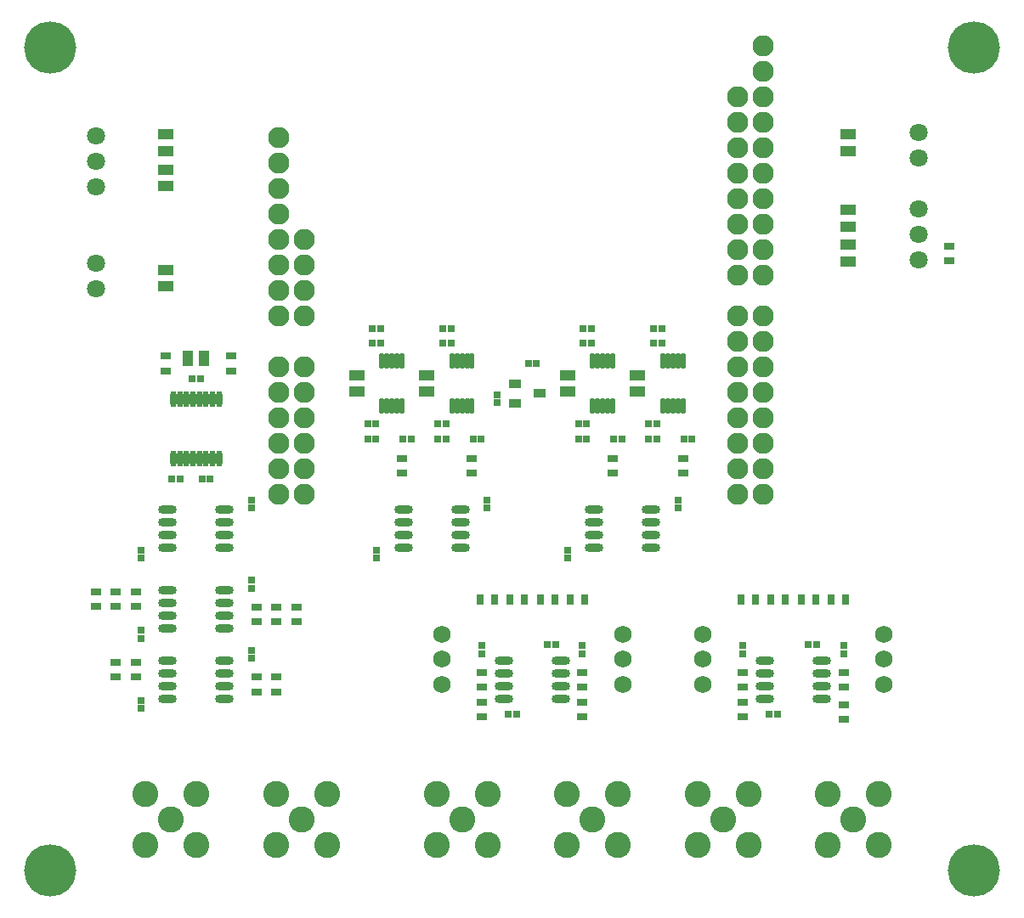
<source format=gts>
G04*
G04 #@! TF.GenerationSoftware,Altium Limited,Altium Designer,19.1.5 (86)*
G04*
G04 Layer_Color=8388736*
%FSLAX25Y25*%
%MOIN*%
G70*
G01*
G75*
%ADD15O,0.07296X0.03359*%
%ADD16R,0.03950X0.02572*%
%ADD17R,0.02847X0.02847*%
%ADD18R,0.02847X0.02847*%
%ADD19R,0.04737X0.03359*%
%ADD20R,0.05918X0.03950*%
%ADD21R,0.02572X0.03950*%
%ADD22O,0.02572X0.06312*%
%ADD23O,0.01981X0.06312*%
%ADD24R,0.03950X0.05918*%
%ADD25C,0.06800*%
%ADD26C,0.10249*%
%ADD27C,0.07099*%
%ADD28C,0.08300*%
%ADD29C,0.20485*%
D15*
X229035Y157106D02*
D03*
Y152106D02*
D03*
Y147106D02*
D03*
Y142106D02*
D03*
X251279Y157106D02*
D03*
Y152106D02*
D03*
Y147106D02*
D03*
Y142106D02*
D03*
X154232Y157106D02*
D03*
Y152106D02*
D03*
Y147106D02*
D03*
Y142106D02*
D03*
X176476Y157106D02*
D03*
Y152106D02*
D03*
Y147106D02*
D03*
Y142106D02*
D03*
X193602Y98051D02*
D03*
Y93051D02*
D03*
Y88051D02*
D03*
Y83051D02*
D03*
X215846Y98051D02*
D03*
Y93051D02*
D03*
Y88051D02*
D03*
Y83051D02*
D03*
X295965Y98051D02*
D03*
Y93051D02*
D03*
Y88051D02*
D03*
Y83051D02*
D03*
X318209Y98051D02*
D03*
Y93051D02*
D03*
Y88051D02*
D03*
Y83051D02*
D03*
X61713Y157106D02*
D03*
Y152106D02*
D03*
Y147106D02*
D03*
Y142106D02*
D03*
X83957Y157106D02*
D03*
Y152106D02*
D03*
Y147106D02*
D03*
Y142106D02*
D03*
X61713Y125610D02*
D03*
Y120610D02*
D03*
Y115610D02*
D03*
Y110610D02*
D03*
X83957Y125610D02*
D03*
Y120610D02*
D03*
Y115610D02*
D03*
Y110610D02*
D03*
X61713Y98051D02*
D03*
Y93051D02*
D03*
Y88051D02*
D03*
Y83051D02*
D03*
X83957Y98051D02*
D03*
Y93051D02*
D03*
Y88051D02*
D03*
Y83051D02*
D03*
D16*
X368110Y260728D02*
D03*
Y255020D02*
D03*
X326772Y75000D02*
D03*
Y80709D02*
D03*
Y93405D02*
D03*
Y87697D02*
D03*
X287402Y75886D02*
D03*
Y81595D02*
D03*
X224410Y93405D02*
D03*
Y87697D02*
D03*
X224410Y75886D02*
D03*
Y81595D02*
D03*
X185039Y93405D02*
D03*
Y87697D02*
D03*
Y75886D02*
D03*
Y81595D02*
D03*
X236221Y177165D02*
D03*
Y171457D02*
D03*
X263780Y177165D02*
D03*
Y171457D02*
D03*
X181102Y177165D02*
D03*
Y171457D02*
D03*
X153543Y177165D02*
D03*
Y171457D02*
D03*
X287402Y93405D02*
D03*
Y87697D02*
D03*
X61024Y211713D02*
D03*
Y217421D02*
D03*
X86614Y211713D02*
D03*
Y217421D02*
D03*
X96457Y118996D02*
D03*
Y113287D02*
D03*
X104331Y118996D02*
D03*
Y113287D02*
D03*
X112205Y113287D02*
D03*
Y118996D02*
D03*
X49213Y124902D02*
D03*
Y119193D02*
D03*
X41339Y124902D02*
D03*
Y119193D02*
D03*
X33465D02*
D03*
Y124902D02*
D03*
X49213Y97342D02*
D03*
Y91634D02*
D03*
X41339D02*
D03*
Y97342D02*
D03*
X96457Y91437D02*
D03*
Y85728D02*
D03*
X104331D02*
D03*
Y91437D02*
D03*
D17*
X250354Y185039D02*
D03*
X253583D02*
D03*
X250354Y190945D02*
D03*
X253583D02*
D03*
X312992Y104331D02*
D03*
X316220D02*
D03*
X210630D02*
D03*
X213858D02*
D03*
X300827Y76772D02*
D03*
X297598D02*
D03*
X198465D02*
D03*
X195236D02*
D03*
X236575Y185039D02*
D03*
X239803D02*
D03*
X264134D02*
D03*
X267362D02*
D03*
X222795Y185039D02*
D03*
X226024D02*
D03*
X222795Y190945D02*
D03*
X226024D02*
D03*
X181457Y185039D02*
D03*
X184685D02*
D03*
X167677Y185039D02*
D03*
X170905D02*
D03*
X167677Y190945D02*
D03*
X170905D02*
D03*
X153898Y185039D02*
D03*
X157126D02*
D03*
X140118Y185039D02*
D03*
X143347D02*
D03*
X140118Y190945D02*
D03*
X143347D02*
D03*
X74449Y208661D02*
D03*
X71220D02*
D03*
X63346Y169291D02*
D03*
X66575D02*
D03*
X78386D02*
D03*
X75157D02*
D03*
X252323Y228346D02*
D03*
X255551D02*
D03*
X252323Y222441D02*
D03*
X255551D02*
D03*
X224764Y228346D02*
D03*
X227992D02*
D03*
X224764Y222441D02*
D03*
X227992D02*
D03*
X142087D02*
D03*
X145315D02*
D03*
X169646Y228346D02*
D03*
X172874D02*
D03*
X169646Y222441D02*
D03*
X172874D02*
D03*
X142087Y228346D02*
D03*
X145315D02*
D03*
X203110Y214567D02*
D03*
X206339D02*
D03*
D18*
X261811Y161063D02*
D03*
Y157835D02*
D03*
X326772Y103976D02*
D03*
Y100748D02*
D03*
X287402Y103976D02*
D03*
Y100748D02*
D03*
X224410Y103976D02*
D03*
Y100748D02*
D03*
X185039Y103976D02*
D03*
Y100748D02*
D03*
X218504Y138150D02*
D03*
Y141378D02*
D03*
X143701Y138150D02*
D03*
Y141378D02*
D03*
X187008Y161063D02*
D03*
Y157835D02*
D03*
X190945Y202402D02*
D03*
Y199173D02*
D03*
X51181Y138150D02*
D03*
Y141378D02*
D03*
X94488Y161063D02*
D03*
Y157835D02*
D03*
Y129567D02*
D03*
Y126339D02*
D03*
X51181Y106653D02*
D03*
Y109882D02*
D03*
Y79094D02*
D03*
Y82323D02*
D03*
X94488Y102008D02*
D03*
Y98779D02*
D03*
D19*
X207480Y202756D02*
D03*
X198031Y199016D02*
D03*
Y206496D02*
D03*
D20*
X246063Y203445D02*
D03*
Y209941D02*
D03*
X218504Y203445D02*
D03*
Y209941D02*
D03*
X163386Y203445D02*
D03*
Y209941D02*
D03*
X135827Y203445D02*
D03*
Y209941D02*
D03*
X328740Y261122D02*
D03*
Y254626D02*
D03*
X328740Y268406D02*
D03*
Y274902D02*
D03*
X328740Y297933D02*
D03*
Y304429D02*
D03*
X61024Y244783D02*
D03*
Y251279D02*
D03*
Y284154D02*
D03*
Y290650D02*
D03*
X61024Y304429D02*
D03*
Y297933D02*
D03*
D21*
X304035Y122047D02*
D03*
X298327D02*
D03*
X321949D02*
D03*
X327658D02*
D03*
X292224D02*
D03*
X286516D02*
D03*
X201673D02*
D03*
X195965D02*
D03*
X189862D02*
D03*
X184153D02*
D03*
X207776D02*
D03*
X213484D02*
D03*
X219587D02*
D03*
X225295D02*
D03*
X310138D02*
D03*
X315846D02*
D03*
D22*
X81791Y200591D02*
D03*
X79232D02*
D03*
X76673D02*
D03*
X74114D02*
D03*
X71555D02*
D03*
X68996D02*
D03*
X66437D02*
D03*
X63878D02*
D03*
X81791Y177362D02*
D03*
X79232D02*
D03*
X76673D02*
D03*
X74114D02*
D03*
X71555D02*
D03*
X68996D02*
D03*
X66437D02*
D03*
X63878D02*
D03*
D23*
X255906Y197835D02*
D03*
X257874D02*
D03*
X259842D02*
D03*
X261811D02*
D03*
X263780D02*
D03*
X255906Y215551D02*
D03*
X257874D02*
D03*
X259842D02*
D03*
X261811D02*
D03*
X263780D02*
D03*
X228346Y197835D02*
D03*
X230315D02*
D03*
X232283D02*
D03*
X234252D02*
D03*
X236221D02*
D03*
X228346Y215551D02*
D03*
X230315D02*
D03*
X232283D02*
D03*
X234252D02*
D03*
X236221D02*
D03*
X173228Y197835D02*
D03*
X175197D02*
D03*
X177165D02*
D03*
X179134D02*
D03*
X181102D02*
D03*
X173228Y215551D02*
D03*
X175197D02*
D03*
X177165D02*
D03*
X179134D02*
D03*
X181102D02*
D03*
X145669Y197835D02*
D03*
X147638D02*
D03*
X149606D02*
D03*
X151575D02*
D03*
X153543D02*
D03*
X145669Y215551D02*
D03*
X147638D02*
D03*
X149606D02*
D03*
X151575D02*
D03*
X153543D02*
D03*
D24*
X69587Y216535D02*
D03*
X76083D02*
D03*
D25*
X169291Y98425D02*
D03*
Y88583D02*
D03*
Y108268D02*
D03*
X240158D02*
D03*
Y88583D02*
D03*
Y98425D02*
D03*
X271654D02*
D03*
Y88583D02*
D03*
Y108268D02*
D03*
X342520D02*
D03*
Y88583D02*
D03*
Y98425D02*
D03*
D26*
X114173Y35433D02*
D03*
X124173Y25433D02*
D03*
X104173D02*
D03*
Y45433D02*
D03*
X124173D02*
D03*
X72992D02*
D03*
X52992D02*
D03*
Y25433D02*
D03*
X72992D02*
D03*
X62992Y35433D02*
D03*
X330709Y35433D02*
D03*
X340709Y25433D02*
D03*
X320709D02*
D03*
Y45433D02*
D03*
X340709D02*
D03*
X289528D02*
D03*
X269528D02*
D03*
Y25433D02*
D03*
X289528D02*
D03*
X279528Y35433D02*
D03*
X228346D02*
D03*
X238347Y25433D02*
D03*
X218347D02*
D03*
Y45433D02*
D03*
X238347D02*
D03*
X187165D02*
D03*
X167165D02*
D03*
Y25433D02*
D03*
X187165D02*
D03*
X177165Y35433D02*
D03*
D27*
X33465Y283937D02*
D03*
Y253937D02*
D03*
Y243937D02*
D03*
Y303937D02*
D03*
Y293937D02*
D03*
X356299Y265118D02*
D03*
Y295118D02*
D03*
Y305118D02*
D03*
Y255118D02*
D03*
Y275118D02*
D03*
D28*
X295276Y249150D02*
D03*
Y269150D02*
D03*
Y259150D02*
D03*
Y279150D02*
D03*
Y299150D02*
D03*
Y289150D02*
D03*
Y309150D02*
D03*
Y319150D02*
D03*
Y233150D02*
D03*
Y223150D02*
D03*
Y203150D02*
D03*
Y213150D02*
D03*
Y193150D02*
D03*
Y173150D02*
D03*
Y183150D02*
D03*
Y163150D02*
D03*
X105276Y173150D02*
D03*
Y183150D02*
D03*
Y163150D02*
D03*
X115276D02*
D03*
Y183150D02*
D03*
Y173150D02*
D03*
X105276Y203150D02*
D03*
Y213150D02*
D03*
Y193150D02*
D03*
X115276D02*
D03*
Y213150D02*
D03*
Y203150D02*
D03*
Y263150D02*
D03*
Y243150D02*
D03*
Y253150D02*
D03*
Y233150D02*
D03*
X105276D02*
D03*
Y253150D02*
D03*
Y243150D02*
D03*
Y273150D02*
D03*
Y263150D02*
D03*
Y283150D02*
D03*
Y293150D02*
D03*
Y303150D02*
D03*
X295276Y339150D02*
D03*
Y329150D02*
D03*
X285276Y173150D02*
D03*
Y183150D02*
D03*
Y163150D02*
D03*
Y203150D02*
D03*
Y213150D02*
D03*
Y193150D02*
D03*
Y233150D02*
D03*
Y223150D02*
D03*
Y309150D02*
D03*
Y319150D02*
D03*
Y279150D02*
D03*
Y299150D02*
D03*
Y289150D02*
D03*
Y249150D02*
D03*
Y269150D02*
D03*
Y259150D02*
D03*
D29*
X15748Y15748D02*
D03*
Y338583D02*
D03*
X377953D02*
D03*
Y15748D02*
D03*
M02*

</source>
